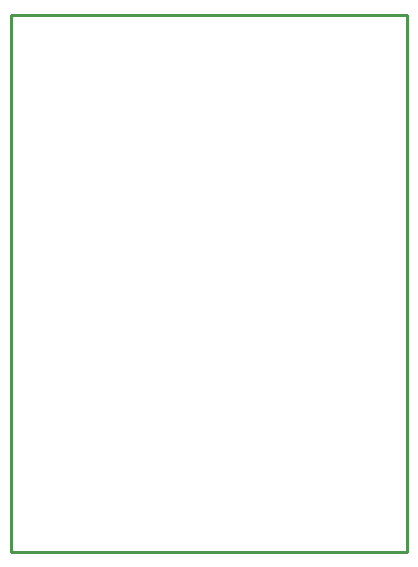
<source format=gbr>
G04 EAGLE Gerber RS-274X export*
G75*
%MOMM*%
%FSLAX34Y34*%
%LPD*%
%IN*%
%IPPOS*%
%AMOC8*
5,1,8,0,0,1.08239X$1,22.5*%
G01*
%ADD10C,0.254000*%


D10*
X610000Y325000D02*
X945000Y325000D01*
X945000Y780000D01*
X610000Y780000D01*
X610000Y325000D01*
M02*

</source>
